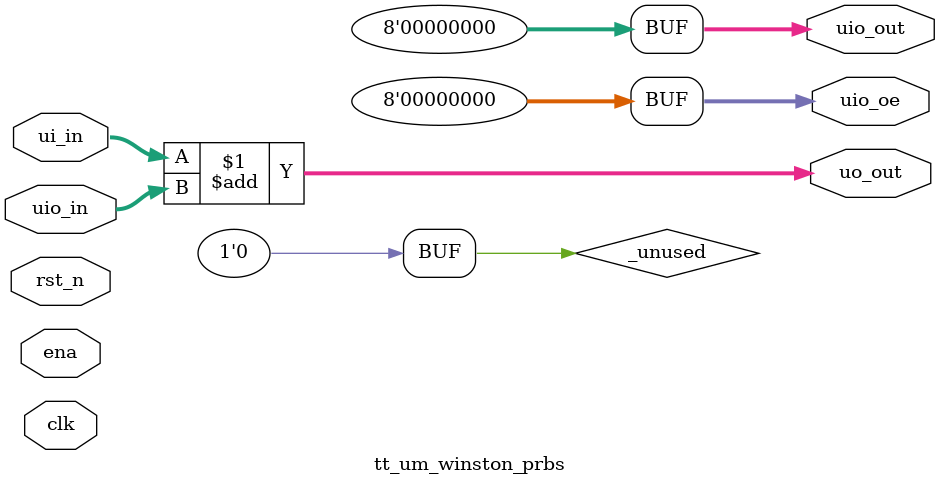
<source format=v>
/*
 * Copyright (c) 2024 Your Name
 * SPDX-License-Identifier: Apache-2.0
 */

`default_nettype none

module tt_um_winston_prbs (
    input  wire [7:0] ui_in,    // Dedicated inputs
    output wire [7:0] uo_out,   // Dedicated outputs
    input  wire [7:0] uio_in,   // IOs: Input path
    output wire [7:0] uio_out,  // IOs: Output path
    output wire [7:0] uio_oe,   // IOs: Enable path (active high: 0=input, 1=output)
    input  wire       ena,      // always 1 when the design is powered, so you can ignore it
    input  wire       clk,      // clock
    input  wire       rst_n     // reset_n - low to reset
);

  // All output pins must be assigned. If not used, assign to 0.
  assign uo_out  = ui_in + uio_in;  // Example: ou_out is the sum of ui_in and uio_in
  assign uio_out = 0;
  assign uio_oe  = 0;

  // List all unused inputs to prevent warnings
  wire _unused = &{ena, clk, rst_n, 1'b0};

endmodule

</source>
